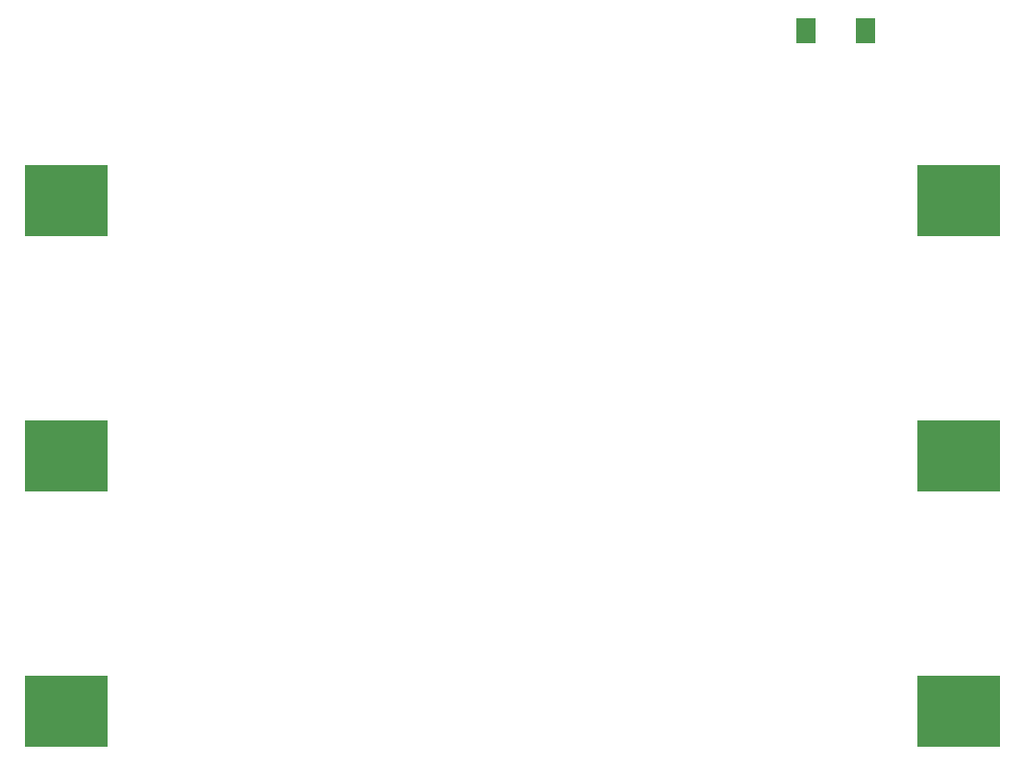
<source format=gbr>
G04 #@! TF.GenerationSoftware,KiCad,Pcbnew,6.0.0-rc1-unknown-5edf350~66~ubuntu18.10.1*
G04 #@! TF.CreationDate,2019-02-07T09:44:38-05:00
G04 #@! TF.ProjectId,UPS,5550532e-6b69-4636-9164-5f7063625858,rev?*
G04 #@! TF.SameCoordinates,Original*
G04 #@! TF.FileFunction,Paste,Top*
G04 #@! TF.FilePolarity,Positive*
%FSLAX46Y46*%
G04 Gerber Fmt 4.6, Leading zero omitted, Abs format (unit mm)*
G04 Created by KiCad (PCBNEW 6.0.0-rc1-unknown-5edf350~66~ubuntu18.10.1) date 2019-02-07 09:44:38*
%MOMM*%
%LPD*%
G04 APERTURE LIST*
%ADD10R,7.340000X6.350000*%
%ADD11R,1.700000X2.200000*%
G04 APERTURE END LIST*
D10*
X89330000Y-42500000D03*
X10670000Y-42500000D03*
X10670000Y-65000000D03*
X89330000Y-65000000D03*
X89330000Y-87500000D03*
X10670000Y-87500000D03*
D11*
X75850000Y-27500000D03*
X81150000Y-27500000D03*
M02*

</source>
